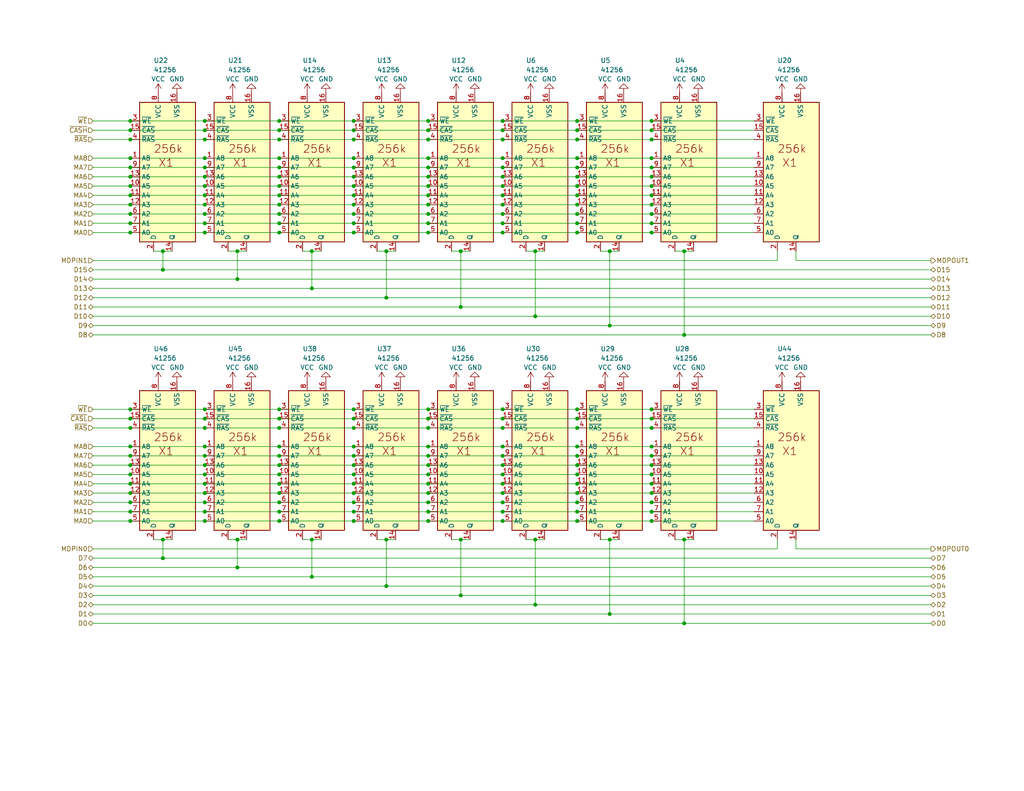
<source format=kicad_sch>
(kicad_sch (version 20231120) (generator "eeschema") (generator_version "8.0")
  (paper "USLetter")
  (title_block (title "Compaq Portable II System Memory Board") (date "2024-03-22") (company "Compaq") (comment 1 "P/N 104176-001") (comment 2 "ASSY 000330"))
  (lib_symbols
    (symbol "MyRam:41256"
      (property "Reference" "U" (at 5.08 20.32 0))
      (property "Value" "41256" (at 5.08 17.78 0))
      (symbol "41256_0_1"
        (rectangle (start -7.62 15.24) (end 7.62 -22.86) (stroke (width 0.254)) (fill (type background)))
        (pin input line (at -10.16 -7.62 0) (length 2.54) (name "A5") (number "10"))
        (pin input line (at -10.16 -10.16 0) (length 2.54) (name "A4") (number "11"))
        (pin input line (at -10.16 -12.7 0) (length 2.54) (name "A3") (number "12"))
        (pin input line (at -10.16 -5.08 0) (length 2.54) (name "A6") (number "13"))
        (pin tri_state line (at 1.27 -25.4 90) (length 2.54) (name "Q") (number "14"))
        (pin power_in line (at 2.54 17.78 270) (length 2.54) (name "VSS") (number "16"))
        (pin input line (at -3.81 -25.4 90) (length 2.54) (name "D") (number "2"))
        (pin input line (at -10.16 -20.32 0) (length 2.54) (name "A0") (number "5"))
        (pin input line (at -10.16 -15.24 0) (length 2.54) (name "A2") (number "6"))
        (pin input line (at -10.16 -17.78 0) (length 2.54) (name "A1") (number "7"))
        (pin power_in line (at -2.54 17.78 270) (length 2.54) (name "VCC") (number "8"))
      )
      (symbol "41256_1_1"
        (text "256k" (at -3.81 3.81 0) (effects (font (size 2.1336 2.1336)) (justify left top)))
        (text "X1" (at -2.54 0 0) (effects (font (size 2.1336 2.1336)) (justify left top)))
        (pin input line (at -10.16 0 0) (length 2.54) (name "A8") (number "1"))
        (pin input line (at -10.16 7.62 0) (length 2.54) (name "~{CAS}") (number "15"))
        (pin input line (at -10.16 10.16 0) (length 2.54) (name "~{WE}") (number "3"))
        (pin input line (at -10.16 5.08 0) (length 2.54) (name "~{RAS}") (number "4"))
        (pin input line (at -10.16 -2.54 0) (length 2.54) (name "A7") (number "9"))
      )
    )
    (symbol "power:GND" (power) (pin_numbers hide) (pin_names (offset 0) hide)
      (property "Value" "GND" (at 0 -3.81 0))
      (symbol "GND_0_1"
        (polyline (pts (xy 0 0) (xy 0 -1.27) (xy 1.27 -1.27) (xy 0 -2.54) (xy -1.27 -1.27) (xy 0 -1.27)))
      )
      (symbol "GND_1_1"
        (pin power_in line (at 0 0 270) (length 0) (name "~") (number "1"))
      )
    )
    (symbol "power:VCC" (power) (pin_numbers hide) (pin_names (offset 0) hide)
      (property "Value" "VCC" (at 0 3.556 0))
      (symbol "VCC_0_1"
        (polyline (pts (xy -0.762 1.27) (xy 0 2.54)))
        (polyline (pts (xy 0 0) (xy 0 2.54)))
        (polyline (pts (xy 0 2.54) (xy 0.762 1.27)))
      )
      (symbol "VCC_1_1"
        (pin power_in line (at 0 0 90) (length 0) (name "~") (number "1"))
      )
    )
  )
  (junction (at 105.41 81.28))
  (junction (at 116.84 124.46))
  (junction (at 146.05 86.36))
  (junction (at 96.52 127))
  (junction (at 96.52 43.18))
  (junction (at 177.8 55.88))
  (junction (at 55.88 50.8))
  (junction (at 137.16 127))
  (junction (at 116.84 116.84))
  (junction (at 137.16 35.56))
  (junction (at 137.16 142.24))
  (junction (at 116.84 63.5))
  (junction (at 146.05 165.1))
  (junction (at 177.8 38.1))
  (junction (at 96.52 124.46))
  (junction (at 157.48 43.18))
  (junction (at 116.84 111.76))
  (junction (at 166.37 68.58))
  (junction (at 116.84 43.18))
  (junction (at 85.09 147.32))
  (junction (at 35.56 114.3))
  (junction (at 157.48 124.46))
  (junction (at 186.69 91.44))
  (junction (at 116.84 142.24))
  (junction (at 76.2 132.08))
  (junction (at 116.84 121.92))
  (junction (at 76.2 111.76))
  (junction (at 116.84 60.96))
  (junction (at 64.77 147.32))
  (junction (at 105.41 147.32))
  (junction (at 85.09 68.58))
  (junction (at 96.52 132.08))
  (junction (at 116.84 45.72))
  (junction (at 157.48 53.34))
  (junction (at 55.88 33.02))
  (junction (at 55.88 129.54))
  (junction (at 116.84 48.26))
  (junction (at 55.88 48.26))
  (junction (at 137.16 53.34))
  (junction (at 157.48 45.72))
  (junction (at 76.2 114.3))
  (junction (at 146.05 68.58))
  (junction (at 44.45 73.66))
  (junction (at 137.16 139.7))
  (junction (at 55.88 139.7))
  (junction (at 76.2 55.88))
  (junction (at 35.56 55.88))
  (junction (at 116.84 50.8))
  (junction (at 177.8 53.34))
  (junction (at 35.56 38.1))
  (junction (at 157.48 114.3))
  (junction (at 186.69 68.58))
  (junction (at 177.8 116.84))
  (junction (at 177.8 134.62))
  (junction (at 76.2 48.26))
  (junction (at 177.8 142.24))
  (junction (at 157.48 33.02))
  (junction (at 157.48 132.08))
  (junction (at 157.48 127))
  (junction (at 55.88 116.84))
  (junction (at 157.48 63.5))
  (junction (at 76.2 60.96))
  (junction (at 137.16 124.46))
  (junction (at 157.48 58.42))
  (junction (at 55.88 45.72))
  (junction (at 137.16 58.42))
  (junction (at 137.16 116.84))
  (junction (at 137.16 129.54))
  (junction (at 76.2 43.18))
  (junction (at 186.69 147.32))
  (junction (at 125.73 147.32))
  (junction (at 116.84 55.88))
  (junction (at 96.52 60.96))
  (junction (at 137.16 60.96))
  (junction (at 44.45 147.32))
  (junction (at 177.8 60.96))
  (junction (at 35.56 116.84))
  (junction (at 96.52 48.26))
  (junction (at 35.56 111.76))
  (junction (at 157.48 60.96))
  (junction (at 76.2 137.16))
  (junction (at 166.37 147.32))
  (junction (at 55.88 53.34))
  (junction (at 177.8 137.16))
  (junction (at 157.48 137.16))
  (junction (at 35.56 137.16))
  (junction (at 116.84 129.54))
  (junction (at 55.88 132.08))
  (junction (at 146.05 147.32))
  (junction (at 177.8 114.3))
  (junction (at 76.2 35.56))
  (junction (at 76.2 53.34))
  (junction (at 96.52 134.62))
  (junction (at 76.2 124.46))
  (junction (at 96.52 58.42))
  (junction (at 35.56 63.5))
  (junction (at 55.88 35.56))
  (junction (at 55.88 38.1))
  (junction (at 55.88 114.3))
  (junction (at 96.52 116.84))
  (junction (at 177.8 129.54))
  (junction (at 137.16 33.02))
  (junction (at 137.16 111.76))
  (junction (at 137.16 50.8))
  (junction (at 116.84 114.3))
  (junction (at 125.73 83.82))
  (junction (at 137.16 38.1))
  (junction (at 116.84 38.1))
  (junction (at 96.52 45.72))
  (junction (at 116.84 137.16))
  (junction (at 35.56 121.92))
  (junction (at 177.8 45.72))
  (junction (at 157.48 139.7))
  (junction (at 105.41 160.02))
  (junction (at 55.88 142.24))
  (junction (at 157.48 111.76))
  (junction (at 116.84 134.62))
  (junction (at 137.16 134.62))
  (junction (at 64.77 76.2))
  (junction (at 44.45 152.4))
  (junction (at 76.2 116.84))
  (junction (at 177.8 35.56))
  (junction (at 96.52 35.56))
  (junction (at 137.16 45.72))
  (junction (at 76.2 45.72))
  (junction (at 96.52 55.88))
  (junction (at 35.56 43.18))
  (junction (at 177.8 50.8))
  (junction (at 116.84 35.56))
  (junction (at 157.48 50.8))
  (junction (at 116.84 33.02))
  (junction (at 116.84 139.7))
  (junction (at 177.8 33.02))
  (junction (at 96.52 33.02))
  (junction (at 96.52 63.5))
  (junction (at 64.77 154.94))
  (junction (at 157.48 134.62))
  (junction (at 137.16 121.92))
  (junction (at 76.2 127))
  (junction (at 35.56 33.02))
  (junction (at 55.88 43.18))
  (junction (at 55.88 137.16))
  (junction (at 116.84 132.08))
  (junction (at 137.16 114.3))
  (junction (at 166.37 88.9))
  (junction (at 177.8 139.7))
  (junction (at 137.16 43.18))
  (junction (at 96.52 111.76))
  (junction (at 116.84 53.34))
  (junction (at 186.69 170.18))
  (junction (at 85.09 157.48))
  (junction (at 76.2 58.42))
  (junction (at 137.16 137.16))
  (junction (at 166.37 167.64))
  (junction (at 55.88 124.46))
  (junction (at 157.48 116.84))
  (junction (at 76.2 63.5))
  (junction (at 137.16 132.08))
  (junction (at 76.2 129.54))
  (junction (at 157.48 129.54))
  (junction (at 76.2 121.92))
  (junction (at 105.41 68.58))
  (junction (at 177.8 111.76))
  (junction (at 177.8 43.18))
  (junction (at 157.48 121.92))
  (junction (at 55.88 111.76))
  (junction (at 177.8 63.5))
  (junction (at 157.48 142.24))
  (junction (at 96.52 121.92))
  (junction (at 35.56 134.62))
  (junction (at 76.2 134.62))
  (junction (at 125.73 68.58))
  (junction (at 76.2 50.8))
  (junction (at 35.56 124.46))
  (junction (at 35.56 50.8))
  (junction (at 35.56 58.42))
  (junction (at 35.56 142.24))
  (junction (at 55.88 58.42))
  (junction (at 96.52 137.16))
  (junction (at 96.52 114.3))
  (junction (at 76.2 38.1))
  (junction (at 35.56 129.54))
  (junction (at 44.45 68.58))
  (junction (at 177.8 132.08))
  (junction (at 76.2 139.7))
  (junction (at 96.52 53.34))
  (junction (at 35.56 60.96))
  (junction (at 177.8 127))
  (junction (at 76.2 142.24))
  (junction (at 157.48 35.56))
  (junction (at 55.88 121.92))
  (junction (at 35.56 127))
  (junction (at 96.52 139.7))
  (junction (at 177.8 121.92))
  (junction (at 116.84 58.42))
  (junction (at 177.8 58.42))
  (junction (at 96.52 50.8))
  (junction (at 35.56 53.34))
  (junction (at 96.52 129.54))
  (junction (at 35.56 35.56))
  (junction (at 125.73 162.56))
  (junction (at 137.16 48.26))
  (junction (at 55.88 127))
  (junction (at 55.88 55.88))
  (junction (at 55.88 63.5))
  (junction (at 35.56 132.08))
  (junction (at 35.56 45.72))
  (junction (at 177.8 48.26))
  (junction (at 85.09 78.74))
  (junction (at 137.16 63.5))
  (junction (at 157.48 55.88))
  (junction (at 76.2 33.02))
  (junction (at 35.56 48.26))
  (junction (at 55.88 60.96))
  (junction (at 35.56 139.7))
  (junction (at 137.16 55.88))
  (junction (at 116.84 127))
  (junction (at 157.48 48.26))
  (junction (at 96.52 142.24))
  (junction (at 55.88 134.62))
  (junction (at 157.48 38.1))
  (junction (at 96.52 38.1))
  (junction (at 64.77 68.58))
  (junction (at 177.8 124.46))
  (wire (pts (xy 177.8 124.46) (xy 205.74 124.46)))
  (wire (pts (xy 146.05 147.32) (xy 143.51 147.32)))
  (wire (pts (xy 177.8 43.18) (xy 205.74 43.18)))
  (wire (pts (xy 177.8 58.42) (xy 205.74 58.42)))
  (wire (pts (xy 146.05 68.58) (xy 148.59 68.58)))
  (wire (pts (xy 76.2 60.96) (xy 96.52 60.96)))
  (wire (pts (xy 254 170.18) (xy 186.69 170.18)))
  (wire (pts (xy 76.2 48.26) (xy 96.52 48.26)))
  (wire (pts (xy 116.84 63.5) (xy 137.16 63.5)))
  (wire (pts (xy 137.16 38.1) (xy 157.48 38.1)))
  (wire (pts (xy 25.4 88.9) (xy 166.37 88.9)))
  (wire (pts (xy 116.84 60.96) (xy 137.16 60.96)))
  (wire (pts (xy 35.56 132.08) (xy 55.88 132.08)))
  (wire (pts (xy 177.8 53.34) (xy 205.74 53.34)))
  (wire (pts (xy 116.84 127) (xy 137.16 127)))
  (wire (pts (xy 25.4 48.26) (xy 35.56 48.26)))
  (wire (pts (xy 186.69 147.32) (xy 184.15 147.32)))
  (wire (pts (xy 116.84 48.26) (xy 137.16 48.26)))
  (wire (pts (xy 137.16 43.18) (xy 157.48 43.18)))
  (wire (pts (xy 116.84 35.56) (xy 137.16 35.56)))
  (wire (pts (xy 55.88 50.8) (xy 76.2 50.8)))
  (wire (pts (xy 96.52 127) (xy 116.84 127)))
  (wire (pts (xy 217.17 149.86) (xy 217.17 147.32)))
  (wire (pts (xy 96.52 124.46) (xy 116.84 124.46)))
  (wire (pts (xy 157.48 139.7) (xy 177.8 139.7)))
  (wire (pts (xy 25.4 35.56) (xy 35.56 35.56)))
  (wire (pts (xy 166.37 147.32) (xy 166.37 167.64)))
  (wire (pts (xy 76.2 137.16) (xy 96.52 137.16)))
  (wire (pts (xy 96.52 121.92) (xy 116.84 121.92)))
  (wire (pts (xy 96.52 137.16) (xy 116.84 137.16)))
  (wire (pts (xy 125.73 68.58) (xy 125.73 83.82)))
  (wire (pts (xy 125.73 147.32) (xy 128.27 147.32)))
  (wire (pts (xy 177.8 121.92) (xy 205.74 121.92)))
  (wire (pts (xy 116.84 53.34) (xy 137.16 53.34)))
  (wire (pts (xy 25.4 73.66) (xy 44.45 73.66)))
  (wire (pts (xy 55.88 48.26) (xy 76.2 48.26)))
  (wire (pts (xy 177.8 127) (xy 205.74 127)))
  (wire (pts (xy 25.4 165.1) (xy 146.05 165.1)))
  (wire (pts (xy 96.52 132.08) (xy 116.84 132.08)))
  (wire (pts (xy 76.2 45.72) (xy 96.52 45.72)))
  (wire (pts (xy 35.56 48.26) (xy 55.88 48.26)))
  (wire (pts (xy 96.52 53.34) (xy 116.84 53.34)))
  (wire (pts (xy 137.16 129.54) (xy 157.48 129.54)))
  (wire (pts (xy 35.56 139.7) (xy 55.88 139.7)))
  (wire (pts (xy 137.16 124.46) (xy 157.48 124.46)))
  (wire (pts (xy 105.41 68.58) (xy 105.41 81.28)))
  (wire (pts (xy 254 165.1) (xy 146.05 165.1)))
  (wire (pts (xy 55.88 33.02) (xy 76.2 33.02)))
  (wire (pts (xy 44.45 73.66) (xy 254 73.66)))
  (wire (pts (xy 96.52 33.02) (xy 116.84 33.02)))
  (wire (pts (xy 35.56 50.8) (xy 55.88 50.8)))
  (wire (pts (xy 35.56 58.42) (xy 55.88 58.42)))
  (wire (pts (xy 25.4 149.86) (xy 212.09 149.86)))
  (wire (pts (xy 137.16 53.34) (xy 157.48 53.34)))
  (wire (pts (xy 96.52 43.18) (xy 116.84 43.18)))
  (wire (pts (xy 205.74 111.76) (xy 177.8 111.76)))
  (wire (pts (xy 25.4 127) (xy 35.56 127)))
  (wire (pts (xy 85.09 68.58) (xy 87.63 68.58)))
  (wire (pts (xy 212.09 68.58) (xy 212.09 71.12)))
  (wire (pts (xy 35.56 43.18) (xy 55.88 43.18)))
  (wire (pts (xy 157.48 132.08) (xy 177.8 132.08)))
  (wire (pts (xy 35.56 53.34) (xy 55.88 53.34)))
  (wire (pts (xy 55.88 116.84) (xy 76.2 116.84)))
  (wire (pts (xy 116.84 124.46) (xy 137.16 124.46)))
  (wire (pts (xy 76.2 142.24) (xy 96.52 142.24)))
  (wire (pts (xy 102.87 68.58) (xy 105.41 68.58)))
  (wire (pts (xy 35.56 142.24) (xy 55.88 142.24)))
  (wire (pts (xy 217.17 71.12) (xy 217.17 68.58)))
  (wire (pts (xy 137.16 127) (xy 157.48 127)))
  (wire (pts (xy 137.16 139.7) (xy 157.48 139.7)))
  (wire (pts (xy 157.48 43.18) (xy 177.8 43.18)))
  (wire (pts (xy 177.8 60.96) (xy 205.74 60.96)))
  (wire (pts (xy 76.2 55.88) (xy 96.52 55.88)))
  (wire (pts (xy 177.8 48.26) (xy 205.74 48.26)))
  (wire (pts (xy 76.2 53.34) (xy 96.52 53.34)))
  (wire (pts (xy 254 91.44) (xy 186.69 91.44)))
  (wire (pts (xy 55.88 55.88) (xy 76.2 55.88)))
  (wire (pts (xy 25.4 160.02) (xy 105.41 160.02)))
  (wire (pts (xy 35.56 45.72) (xy 55.88 45.72)))
  (wire (pts (xy 254 154.94) (xy 64.77 154.94)))
  (wire (pts (xy 76.2 127) (xy 96.52 127)))
  (wire (pts (xy 55.88 132.08) (xy 76.2 132.08)))
  (wire (pts (xy 55.88 124.46) (xy 76.2 124.46)))
  (wire (pts (xy 177.8 139.7) (xy 205.74 139.7)))
  (wire (pts (xy 254 157.48) (xy 85.09 157.48)))
  (wire (pts (xy 55.88 58.42) (xy 76.2 58.42)))
  (wire (pts (xy 157.48 114.3) (xy 177.8 114.3)))
  (wire (pts (xy 177.8 38.1) (xy 205.74 38.1)))
  (wire (pts (xy 157.48 35.56) (xy 177.8 35.56)))
  (wire (pts (xy 96.52 114.3) (xy 116.84 114.3)))
  (wire (pts (xy 44.45 68.58) (xy 44.45 73.66)))
  (wire (pts (xy 25.4 86.36) (xy 146.05 86.36)))
  (wire (pts (xy 166.37 68.58) (xy 168.91 68.58)))
  (wire (pts (xy 177.8 50.8) (xy 205.74 50.8)))
  (wire (pts (xy 64.77 68.58) (xy 67.31 68.58)))
  (wire (pts (xy 25.4 157.48) (xy 85.09 157.48)))
  (wire (pts (xy 116.84 33.02) (xy 137.16 33.02)))
  (wire (pts (xy 35.56 129.54) (xy 55.88 129.54)))
  (wire (pts (xy 96.52 60.96) (xy 116.84 60.96)))
  (wire (pts (xy 157.48 116.84) (xy 177.8 116.84)))
  (wire (pts (xy 55.88 111.76) (xy 76.2 111.76)))
  (wire (pts (xy 96.52 50.8) (xy 116.84 50.8)))
  (wire (pts (xy 254 88.9) (xy 166.37 88.9)))
  (wire (pts (xy 55.88 127) (xy 76.2 127)))
  (wire (pts (xy 96.52 58.42) (xy 116.84 58.42)))
  (wire (pts (xy 177.8 137.16) (xy 205.74 137.16)))
  (wire (pts (xy 25.4 154.94) (xy 64.77 154.94)))
  (wire (pts (xy 116.84 137.16) (xy 137.16 137.16)))
  (wire (pts (xy 64.77 154.94) (xy 64.77 147.32)))
  (wire (pts (xy 76.2 43.18) (xy 96.52 43.18)))
  (wire (pts (xy 25.4 78.74) (xy 85.09 78.74)))
  (wire (pts (xy 157.48 121.92) (xy 137.16 121.92)))
  (wire (pts (xy 254 83.82) (xy 125.73 83.82)))
  (wire (pts (xy 137.16 134.62) (xy 157.48 134.62)))
  (wire (pts (xy 157.48 63.5) (xy 177.8 63.5)))
  (wire (pts (xy 25.4 116.84) (xy 35.56 116.84)))
  (wire (pts (xy 254 78.74) (xy 85.09 78.74)))
  (wire (pts (xy 166.37 147.32) (xy 163.83 147.32)))
  (wire (pts (xy 35.56 60.96) (xy 55.88 60.96)))
  (wire (pts (xy 105.41 147.32) (xy 102.87 147.32)))
  (wire (pts (xy 166.37 68.58) (xy 166.37 88.9)))
  (wire (pts (xy 116.84 139.7) (xy 137.16 139.7)))
  (wire (pts (xy 76.2 63.5) (xy 96.52 63.5)))
  (wire (pts (xy 116.84 111.76) (xy 137.16 111.76)))
  (wire (pts (xy 35.56 63.5) (xy 55.88 63.5)))
  (wire (pts (xy 157.48 111.76) (xy 177.8 111.76)))
  (wire (pts (xy 55.88 134.62) (xy 76.2 134.62)))
  (wire (pts (xy 157.48 127) (xy 177.8 127)))
  (wire (pts (xy 76.2 58.42) (xy 96.52 58.42)))
  (wire (pts (xy 146.05 147.32) (xy 146.05 165.1)))
  (wire (pts (xy 25.4 83.82) (xy 125.73 83.82)))
  (wire (pts (xy 96.52 55.88) (xy 116.84 55.88)))
  (wire (pts (xy 116.84 45.72) (xy 137.16 45.72)))
  (wire (pts (xy 123.19 68.58) (xy 125.73 68.58)))
  (wire (pts (xy 177.8 45.72) (xy 205.74 45.72)))
  (wire (pts (xy 35.56 116.84) (xy 55.88 116.84)))
  (wire (pts (xy 212.09 147.32) (xy 212.09 149.86)))
  (wire (pts (xy 254 167.64) (xy 166.37 167.64)))
  (wire (pts (xy 35.56 124.46) (xy 55.88 124.46)))
  (wire (pts (xy 64.77 147.32) (xy 62.23 147.32)))
  (wire (pts (xy 25.4 142.24) (xy 35.56 142.24)))
  (wire (pts (xy 35.56 137.16) (xy 55.88 137.16)))
  (wire (pts (xy 177.8 55.88) (xy 205.74 55.88)))
  (wire (pts (xy 157.48 124.46) (xy 177.8 124.46)))
  (wire (pts (xy 64.77 147.32) (xy 67.31 147.32)))
  (wire (pts (xy 76.2 129.54) (xy 96.52 129.54)))
  (wire (pts (xy 157.48 121.92) (xy 177.8 121.92)))
  (wire (pts (xy 254 81.28) (xy 105.41 81.28)))
  (wire (pts (xy 137.16 114.3) (xy 116.84 114.3)))
  (wire (pts (xy 76.2 124.46) (xy 96.52 124.46)))
  (wire (pts (xy 25.4 33.02) (xy 35.56 33.02)))
  (wire (pts (xy 157.48 134.62) (xy 177.8 134.62)))
  (wire (pts (xy 143.51 68.58) (xy 146.05 68.58)))
  (wire (pts (xy 25.4 162.56) (xy 125.73 162.56)))
  (wire (pts (xy 85.09 147.32) (xy 82.55 147.32)))
  (wire (pts (xy 25.4 152.4) (xy 44.45 152.4)))
  (wire (pts (xy 85.09 147.32) (xy 85.09 157.48)))
  (wire (pts (xy 25.4 114.3) (xy 35.56 114.3)))
  (wire (pts (xy 254 86.36) (xy 146.05 86.36)))
  (wire (pts (xy 137.16 35.56) (xy 157.48 35.56)))
  (wire (pts (xy 116.84 134.62) (xy 137.16 134.62)))
  (wire (pts (xy 55.88 35.56) (xy 76.2 35.56)))
  (wire (pts (xy 76.2 116.84) (xy 96.52 116.84)))
  (wire (pts (xy 55.88 137.16) (xy 76.2 137.16)))
  (wire (pts (xy 137.16 45.72) (xy 157.48 45.72)))
  (wire (pts (xy 25.4 53.34) (xy 35.56 53.34)))
  (wire (pts (xy 157.48 116.84) (xy 137.16 116.84)))
  (wire (pts (xy 44.45 152.4) (xy 254 152.4)))
  (wire (pts (xy 76.2 111.76) (xy 96.52 111.76)))
  (wire (pts (xy 157.48 142.24) (xy 177.8 142.24)))
  (wire (pts (xy 168.91 147.32) (xy 166.37 147.32)))
  (wire (pts (xy 254 76.2) (xy 64.77 76.2)))
  (wire (pts (xy 35.56 134.62) (xy 55.88 134.62)))
  (wire (pts (xy 25.4 91.44) (xy 186.69 91.44)))
  (wire (pts (xy 25.4 81.28) (xy 105.41 81.28)))
  (wire (pts (xy 25.4 71.12) (xy 212.09 71.12)))
  (wire (pts (xy 55.88 63.5) (xy 76.2 63.5)))
  (wire (pts (xy 96.52 134.62) (xy 116.84 134.62)))
  (wire (pts (xy 157.48 48.26) (xy 177.8 48.26)))
  (wire (pts (xy 157.48 45.72) (xy 177.8 45.72)))
  (wire (pts (xy 55.88 121.92) (xy 76.2 121.92)))
  (wire (pts (xy 35.56 114.3) (xy 55.88 114.3)))
  (wire (pts (xy 137.16 55.88) (xy 157.48 55.88)))
  (wire (pts (xy 55.88 142.24) (xy 76.2 142.24)))
  (wire (pts (xy 55.88 38.1) (xy 76.2 38.1)))
  (wire (pts (xy 177.8 35.56) (xy 205.74 35.56)))
  (wire (pts (xy 137.16 50.8) (xy 157.48 50.8)))
  (wire (pts (xy 105.41 147.32) (xy 105.41 160.02)))
  (wire (pts (xy 116.84 121.92) (xy 137.16 121.92)))
  (wire (pts (xy 76.2 134.62) (xy 96.52 134.62)))
  (wire (pts (xy 44.45 68.58) (xy 46.99 68.58)))
  (wire (pts (xy 137.16 48.26) (xy 157.48 48.26)))
  (wire (pts (xy 186.69 147.32) (xy 189.23 147.32)))
  (wire (pts (xy 116.84 43.18) (xy 137.16 43.18)))
  (wire (pts (xy 177.8 142.24) (xy 205.74 142.24)))
  (wire (pts (xy 41.91 68.58) (xy 44.45 68.58)))
  (wire (pts (xy 25.4 43.18) (xy 35.56 43.18)))
  (wire (pts (xy 25.4 76.2) (xy 64.77 76.2)))
  (wire (pts (xy 116.84 132.08) (xy 137.16 132.08)))
  (wire (pts (xy 76.2 114.3) (xy 96.52 114.3)))
  (wire (pts (xy 44.45 147.32) (xy 46.99 147.32)))
  (wire (pts (xy 64.77 68.58) (xy 64.77 76.2)))
  (wire (pts (xy 25.4 58.42) (xy 35.56 58.42)))
  (wire (pts (xy 137.16 63.5) (xy 157.48 63.5)))
  (wire (pts (xy 137.16 60.96) (xy 157.48 60.96)))
  (wire (pts (xy 25.4 167.64) (xy 166.37 167.64)))
  (wire (pts (xy 157.48 55.88) (xy 177.8 55.88)))
  (wire (pts (xy 62.23 68.58) (xy 64.77 68.58)))
  (wire (pts (xy 96.52 63.5) (xy 116.84 63.5)))
  (wire (pts (xy 25.4 121.92) (xy 35.56 121.92)))
  (wire (pts (xy 55.88 114.3) (xy 76.2 114.3)))
  (wire (pts (xy 55.88 43.18) (xy 76.2 43.18)))
  (wire (pts (xy 254 160.02) (xy 105.41 160.02)))
  (wire (pts (xy 85.09 68.58) (xy 85.09 78.74)))
  (wire (pts (xy 76.2 35.56) (xy 96.52 35.56)))
  (wire (pts (xy 157.48 58.42) (xy 177.8 58.42)))
  (wire (pts (xy 25.4 124.46) (xy 35.56 124.46)))
  (wire (pts (xy 96.52 38.1) (xy 116.84 38.1)))
  (wire (pts (xy 25.4 111.76) (xy 35.56 111.76)))
  (wire (pts (xy 186.69 68.58) (xy 189.23 68.58)))
  (wire (pts (xy 76.2 121.92) (xy 96.52 121.92)))
  (wire (pts (xy 25.4 50.8) (xy 35.56 50.8)))
  (wire (pts (xy 116.84 129.54) (xy 137.16 129.54)))
  (wire (pts (xy 44.45 147.32) (xy 44.45 152.4)))
  (wire (pts (xy 96.52 116.84) (xy 116.84 116.84)))
  (wire (pts (xy 25.4 137.16) (xy 35.56 137.16)))
  (wire (pts (xy 35.56 35.56) (xy 55.88 35.56)))
  (wire (pts (xy 35.56 38.1) (xy 55.88 38.1)))
  (wire (pts (xy 96.52 139.7) (xy 116.84 139.7)))
  (wire (pts (xy 25.4 139.7) (xy 35.56 139.7)))
  (wire (pts (xy 82.55 68.58) (xy 85.09 68.58)))
  (wire (pts (xy 217.17 149.86) (xy 254 149.86)))
  (wire (pts (xy 137.16 142.24) (xy 157.48 142.24)))
  (wire (pts (xy 125.73 147.32) (xy 125.73 162.56)))
  (wire (pts (xy 35.56 111.76) (xy 55.88 111.76)))
  (wire (pts (xy 25.4 129.54) (xy 35.56 129.54)))
  (wire (pts (xy 177.8 33.02) (xy 205.74 33.02)))
  (wire (pts (xy 137.16 132.08) (xy 157.48 132.08)))
  (wire (pts (xy 35.56 33.02) (xy 55.88 33.02)))
  (wire (pts (xy 96.52 142.24) (xy 116.84 142.24)))
  (wire (pts (xy 177.8 134.62) (xy 205.74 134.62)))
  (wire (pts (xy 157.48 38.1) (xy 177.8 38.1)))
  (wire (pts (xy 217.17 71.12) (xy 254 71.12)))
  (wire (pts (xy 148.59 147.32) (xy 146.05 147.32)))
  (wire (pts (xy 186.69 147.32) (xy 186.69 170.18)))
  (wire (pts (xy 157.48 33.02) (xy 177.8 33.02)))
  (wire (pts (xy 25.4 63.5) (xy 35.56 63.5)))
  (wire (pts (xy 157.48 129.54) (xy 177.8 129.54)))
  (wire (pts (xy 85.09 147.32) (xy 87.63 147.32)))
  (wire (pts (xy 254 162.56) (xy 125.73 162.56)))
  (wire (pts (xy 177.8 129.54) (xy 205.74 129.54)))
  (wire (pts (xy 55.88 129.54) (xy 76.2 129.54)))
  (wire (pts (xy 55.88 60.96) (xy 76.2 60.96)))
  (wire (pts (xy 96.52 48.26) (xy 116.84 48.26)))
  (wire (pts (xy 25.4 134.62) (xy 35.56 134.62)))
  (wire (pts (xy 157.48 53.34) (xy 177.8 53.34)))
  (wire (pts (xy 137.16 116.84) (xy 116.84 116.84)))
  (wire (pts (xy 146.05 68.58) (xy 146.05 86.36)))
  (wire (pts (xy 205.74 114.3) (xy 177.8 114.3)))
  (wire (pts (xy 157.48 50.8) (xy 177.8 50.8)))
  (wire (pts (xy 25.4 132.08) (xy 35.56 132.08)))
  (wire (pts (xy 25.4 38.1) (xy 35.56 38.1)))
  (wire (pts (xy 163.83 68.58) (xy 166.37 68.58)))
  (wire (pts (xy 177.8 63.5) (xy 205.74 63.5)))
  (wire (pts (xy 76.2 38.1) (xy 96.52 38.1)))
  (wire (pts (xy 55.88 139.7) (xy 76.2 139.7)))
  (wire (pts (xy 116.84 142.24) (xy 137.16 142.24)))
  (wire (pts (xy 41.91 147.32) (xy 44.45 147.32)))
  (wire (pts (xy 116.84 55.88) (xy 137.16 55.88)))
  (wire (pts (xy 105.41 68.58) (xy 107.95 68.58)))
  (wire (pts (xy 25.4 55.88) (xy 35.56 55.88)))
  (wire (pts (xy 205.74 116.84) (xy 177.8 116.84)))
  (wire (pts (xy 76.2 132.08) (xy 96.52 132.08)))
  (wire (pts (xy 116.84 58.42) (xy 137.16 58.42)))
  (wire (pts (xy 157.48 114.3) (xy 137.16 114.3)))
  (wire (pts (xy 35.56 121.92) (xy 55.88 121.92)))
  (wire (pts (xy 25.4 170.18) (xy 186.69 170.18)))
  (wire (pts (xy 96.52 35.56) (xy 116.84 35.56)))
  (wire (pts (xy 125.73 147.32) (xy 123.19 147.32)))
  (wire (pts (xy 184.15 68.58) (xy 186.69 68.58)))
  (wire (pts (xy 157.48 60.96) (xy 177.8 60.96)))
  (wire (pts (xy 186.69 68.58) (xy 186.69 91.44)))
  (wire (pts (xy 157.48 137.16) (xy 177.8 137.16)))
  (wire (pts (xy 76.2 139.7) (xy 96.52 139.7)))
  (wire (pts (xy 116.84 38.1) (xy 137.16 38.1)))
  (wire (pts (xy 96.52 45.72) (xy 116.84 45.72)))
  (wire (pts (xy 137.16 137.16) (xy 157.48 137.16)))
  (wire (pts (xy 25.4 45.72) (xy 35.56 45.72)))
  (wire (pts (xy 35.56 55.88) (xy 55.88 55.88)))
  (wire (pts (xy 177.8 132.08) (xy 205.74 132.08)))
  (wire (pts (xy 137.16 58.42) (xy 157.48 58.42)))
  (wire (pts (xy 96.52 111.76) (xy 116.84 111.76)))
  (wire (pts (xy 116.84 50.8) (xy 137.16 50.8)))
  (wire (pts (xy 55.88 45.72) (xy 76.2 45.72)))
  (wire (pts (xy 125.73 68.58) (xy 128.27 68.58)))
  (wire (pts (xy 137.16 33.02) (xy 157.48 33.02)))
  (wire (pts (xy 157.48 111.76) (xy 137.16 111.76)))
  (wire (pts (xy 35.56 127) (xy 55.88 127)))
  (wire (pts (xy 76.2 50.8) (xy 96.52 50.8)))
  (wire (pts (xy 55.88 53.34) (xy 76.2 53.34)))
  (wire (pts (xy 25.4 60.96) (xy 35.56 60.96)))
  (wire (pts (xy 76.2 33.02) (xy 96.52 33.02)))
  (wire (pts (xy 96.52 129.54) (xy 116.84 129.54)))
  (wire (pts (xy 105.41 147.32) (xy 107.95 147.32)))
  (hierarchical_label "D3" (shape bidirectional) (at 254 162.56 0))
  (hierarchical_label "MA7" (shape input) (at 25.4 124.46 180))
  (hierarchical_label "MA5" (shape input) (at 25.4 50.8 180))
  (hierarchical_label "D7" (shape bidirectional) (at 25.4 152.4 180))
  (hierarchical_label "MA2" (shape input) (at 25.4 58.42 180))
  (hierarchical_label "MDPIN0" (shape input) (at 25.4 149.86 180))
  (hierarchical_label "MDPIN1" (shape input) (at 25.4 71.12 180))
  (hierarchical_label "D6" (shape bidirectional) (at 25.4 154.94 180))
  (hierarchical_label "MA7" (shape input) (at 25.4 45.72 180))
  (hierarchical_label "D2" (shape bidirectional) (at 254 165.1 0))
  (hierarchical_label "D4" (shape bidirectional) (at 254 160.02 0))
  (hierarchical_label "D1" (shape bidirectional) (at 254 167.64 0))
  (hierarchical_label "~{RAS}" (shape input) (at 25.4 116.84 180))
  (hierarchical_label "MA2" (shape input) (at 25.4 137.16 180))
  (hierarchical_label "D5" (shape bidirectional) (at 25.4 157.48 180))
  (hierarchical_label "D6" (shape bidirectional) (at 254 154.94 0))
  (hierarchical_label "D11" (shape bidirectional) (at 254 83.82 0))
  (hierarchical_label "D7" (shape bidirectional) (at 254 152.4 0))
  (hierarchical_label "MA0" (shape input) (at 25.4 142.24 180))
  (hierarchical_label "D14" (shape bidirectional) (at 254 76.2 0))
  (hierarchical_label "MA5" (shape input) (at 25.4 129.54 180))
  (hierarchical_label "MA8" (shape input) (at 25.4 121.92 180))
  (hierarchical_label "D13" (shape bidirectional) (at 254 78.74 0))
  (hierarchical_label "D10" (shape bidirectional) (at 254 86.36 0))
  (hierarchical_label "D15" (shape bidirectional) (at 25.4 73.66 180))
  (hierarchical_label "D9" (shape bidirectional) (at 25.4 88.9 180))
  (hierarchical_label "D8" (shape bidirectional) (at 254 91.44 0))
  (hierarchical_label "~{WE}" (shape input) (at 25.4 111.76 180))
  (hierarchical_label "MDPOUT0" (shape output) (at 254 149.86 0))
  (hierarchical_label "D14" (shape bidirectional) (at 25.4 76.2 180))
  (hierarchical_label "MA3" (shape input) (at 25.4 55.88 180))
  (hierarchical_label "D11" (shape bidirectional) (at 25.4 83.82 180))
  (hierarchical_label "D9" (shape bidirectional) (at 254 88.9 0))
  (hierarchical_label "D0" (shape bidirectional) (at 25.4 170.18 180))
  (hierarchical_label "D15" (shape bidirectional) (at 254 73.66 0))
  (hierarchical_label "D0" (shape bidirectional) (at 254 170.18 0))
  (hierarchical_label "~{WE}" (shape input) (at 25.4 33.02 180))
  (hierarchical_label "~{RAS}" (shape input) (at 25.4 38.1 180))
  (hierarchical_label "~{CASH}" (shape input) (at 25.4 35.56 180))
  (hierarchical_label "D4" (shape bidirectional) (at 25.4 160.02 180))
  (hierarchical_label "D2" (shape bidirectional) (at 25.4 165.1 180))
  (hierarchical_label "MA6" (shape input) (at 25.4 48.26 180))
  (hierarchical_label "~{CASL}" (shape input) (at 25.4 114.3 180))
  (hierarchical_label "D12" (shape bidirectional) (at 25.4 81.28 180))
  (hierarchical_label "D3" (shape bidirectional) (at 25.4 162.56 180))
  (hierarchical_label "D10" (shape bidirectional) (at 25.4 86.36 180))
  (hierarchical_label "MA3" (shape input) (at 25.4 134.62 180))
  (hierarchical_label "MA6" (shape input) (at 25.4 127 180))
  (hierarchical_label "MA0" (shape input) (at 25.4 63.5 180))
  (hierarchical_label "MA1" (shape input) (at 25.4 139.7 180))
  (hierarchical_label "MA4" (shape input) (at 25.4 132.08 180))
  (hierarchical_label "D8" (shape bidirectional) (at 25.4 91.44 180))
  (hierarchical_label "MA8" (shape input) (at 25.4 43.18 180))
  (hierarchical_label "MA1" (shape input) (at 25.4 60.96 180))
  (hierarchical_label "D13" (shape bidirectional) (at 25.4 78.74 180))
  (hierarchical_label "D12" (shape bidirectional) (at 254 81.28 0))
  (hierarchical_label "MA4" (shape input) (at 25.4 53.34 180))
  (hierarchical_label "MDPOUT1" (shape output) (at 254 71.12 0))
  (hierarchical_label "D5" (shape bidirectional) (at 254 157.48 0))
  (hierarchical_label "D1" (shape bidirectional) (at 25.4 167.64 180))
  (symbol (lib_id "power:VCC") (at 185.42 25.4 0) (unit 1)
    (property "Reference" "#PWR041" (effects (hide yes)))
    (property "Value" "VCC" (at 185.42 21.59 0))
    (property "Description" "Power symbol creates a global label with name \"VCC\"" (effects (hide yes)))
  )
  (symbol (lib_id "power:VCC") (at 144.78 104.14 0) (unit 1)
    (property "Reference" "#PWR034" (effects (hide yes)))
    (property "Value" "VCC" (at 144.78 100.33 0))
    (property "Description" "Power symbol creates a global label with name \"VCC\"" (effects (hide yes)))
  )
  (symbol (lib_id "power:VCC") (at 43.18 25.4 0) (unit 1)
    (property "Reference" "#PWR01" (effects (hide yes)))
    (property "Value" "VCC" (at 43.18 21.59 0))
    (property "Description" "Power symbol creates a global label with name \"VCC\"" (effects (hide yes)))
  )
  (symbol (lib_id "power:GND") (at 129.54 104.14 180) (unit 1)
    (property "Reference" "#PWR032" (effects (hide yes)))
    (property "Value" "GND" (at 129.54 100.33 0))
    (property "Description" "Power symbol creates a global label with name \"GND\" , ground" (effects (hide yes)))
  )
  (symbol (lib_id "power:GND") (at 218.44 25.4 180) (unit 1)
    (property "Reference" "#PWR047" (effects (hide yes)))
    (property "Value" "GND" (at 218.44 21.59 0))
    (property "Description" "Power symbol creates a global label with name \"GND\" , ground" (effects (hide yes)))
  )
  (symbol (lib_id "power:GND") (at 190.5 25.4 180) (unit 1)
    (property "Reference" "#PWR043" (effects (hide yes)))
    (property "Value" "GND" (at 190.5 21.59 0))
    (property "Description" "Power symbol creates a global label with name \"GND\" , ground" (effects (hide yes)))
  )
  (symbol (lib_id "power:GND") (at 129.54 25.4 180) (unit 1)
    (property "Reference" "#PWR031" (effects (hide yes)))
    (property "Value" "GND" (at 129.54 21.59 0))
    (property "Description" "Power symbol creates a global label with name \"GND\" , ground" (effects (hide yes)))
  )
  (symbol (lib_id "MyRam:41256") (at 187.96 121.92 0) (unit 1)
    (property "Reference" "U28" (at 184.15 95.25 0) (effects (justify left)))
    (property "Value" "41256" (at 184.15 97.79 0) (effects (justify left)))
    (property "Footprint" "Package_DIP:DIP-16_W7.62mm" (effects (hide yes)))
  )
  (symbol (lib_id "power:GND") (at 149.86 104.14 180) (unit 1)
    (property "Reference" "#PWR036" (effects (hide yes)))
    (property "Value" "GND" (at 149.86 100.33 0))
    (property "Description" "Power symbol creates a global label with name \"GND\" , ground" (effects (hide yes)))
  )
  (symbol (lib_id "MyRam:41256") (at 127 43.18 0) (unit 1)
    (property "Reference" "U12" (at 123.19 16.51 0) (effects (justify left)))
    (property "Value" "41256" (at 123.19 19.05 0) (effects (justify left)))
    (property "Footprint" "Package_DIP:DIP-16_W7.62mm" (effects (hide yes)))
  )
  (symbol (lib_id "power:GND") (at 68.58 25.4 180) (unit 1)
    (property "Reference" "#PWR07" (effects (hide yes)))
    (property "Value" "GND" (at 68.58 21.59 0))
    (property "Description" "Power symbol creates a global label with name \"GND\" , ground" (effects (hide yes)))
  )
  (symbol (lib_id "power:GND") (at 109.22 104.14 180) (unit 1)
    (property "Reference" "#PWR028" (effects (hide yes)))
    (property "Value" "GND" (at 109.22 100.33 0))
    (property "Description" "Power symbol creates a global label with name \"GND\" , ground" (effects (hide yes)))
  )
  (symbol (lib_id "power:VCC") (at 165.1 25.4 0) (unit 1)
    (property "Reference" "#PWR037" (effects (hide yes)))
    (property "Value" "VCC" (at 165.1 21.59 0))
    (property "Description" "Power symbol creates a global label with name \"VCC\"" (effects (hide yes)))
  )
  (symbol (lib_id "power:GND") (at 68.58 104.14 180) (unit 1)
    (property "Reference" "#PWR08" (effects (hide yes)))
    (property "Value" "GND" (at 68.58 100.33 0))
    (property "Description" "Power symbol creates a global label with name \"GND\" , ground" (effects (hide yes)))
  )
  (symbol (lib_id "MyRam:41256") (at 147.32 43.18 0) (unit 1)
    (property "Reference" "U6" (at 143.51 16.51 0) (effects (justify left)))
    (property "Value" "41256" (at 143.51 19.05 0) (effects (justify left)))
    (property "Footprint" "Package_DIP:DIP-16_W7.62mm" (effects (hide yes)))
  )
  (symbol (lib_id "MyRam:41256") (at 215.9 121.92 0) (unit 1)
    (property "Reference" "U44" (at 212.09 95.25 0) (effects (justify left)))
    (property "Value" "41256" (at 212.09 97.79 0) (effects (justify left)))
    (property "Footprint" "Package_DIP:DIP-16_W7.62mm" (effects (hide yes)))
  )
  (symbol (lib_id "power:VCC") (at 185.42 104.14 0) (unit 1)
    (property "Reference" "#PWR042" (effects (hide yes)))
    (property "Value" "VCC" (at 185.42 100.33 0))
    (property "Description" "Power symbol creates a global label with name \"VCC\"" (effects (hide yes)))
  )
  (symbol (lib_id "power:GND") (at 88.9 25.4 180) (unit 1)
    (property "Reference" "#PWR023" (effects (hide yes)))
    (property "Value" "GND" (at 88.9 21.59 0))
    (property "Description" "Power symbol creates a global label with name \"GND\" , ground" (effects (hide yes)))
  )
  (symbol (lib_id "MyRam:41256") (at 167.64 43.18 0) (unit 1)
    (property "Reference" "U5" (at 163.83 16.51 0) (effects (justify left)))
    (property "Value" "41256" (at 163.83 19.05 0) (effects (justify left)))
    (property "Footprint" "Package_DIP:DIP-16_W7.62mm" (effects (hide yes)))
  )
  (symbol (lib_id "power:VCC") (at 63.5 104.14 0) (unit 1)
    (property "Reference" "#PWR06" (effects (hide yes)))
    (property "Value" "VCC" (at 63.5 100.33 0))
    (property "Description" "Power symbol creates a global label with name \"VCC\"" (effects (hide yes)))
  )
  (symbol (lib_id "power:GND") (at 170.18 104.14 180) (unit 1)
    (property "Reference" "#PWR040" (effects (hide yes)))
    (property "Value" "GND" (at 170.18 100.33 0))
    (property "Description" "Power symbol creates a global label with name \"GND\" , ground" (effects (hide yes)))
  )
  (symbol (lib_id "MyRam:41256") (at 147.32 121.92 0) (unit 1)
    (property "Reference" "U30" (at 143.51 95.25 0) (effects (justify left)))
    (property "Value" "41256" (at 143.51 97.79 0) (effects (justify left)))
    (property "Footprint" "Package_DIP:DIP-16_W7.62mm" (effects (hide yes)))
  )
  (symbol (lib_id "power:VCC") (at 83.82 25.4 0) (unit 1)
    (property "Reference" "#PWR019" (effects (hide yes)))
    (property "Value" "VCC" (at 83.82 21.59 0))
    (property "Description" "Power symbol creates a global label with name \"VCC\"" (effects (hide yes)))
  )
  (symbol (lib_id "power:VCC") (at 124.46 25.4 0) (unit 1)
    (property "Reference" "#PWR029" (effects (hide yes)))
    (property "Value" "VCC" (at 124.46 21.59 0))
    (property "Description" "Power symbol creates a global label with name \"VCC\"" (effects (hide yes)))
  )
  (symbol (lib_id "power:VCC") (at 83.82 104.14 0) (unit 1)
    (property "Reference" "#PWR022" (effects (hide yes)))
    (property "Value" "VCC" (at 83.82 100.33 0))
    (property "Description" "Power symbol creates a global label with name \"VCC\"" (effects (hide yes)))
  )
  (symbol (lib_id "power:VCC") (at 63.5 25.4 0) (unit 1)
    (property "Reference" "#PWR05" (effects (hide yes)))
    (property "Value" "VCC" (at 63.5 21.59 0))
    (property "Description" "Power symbol creates a global label with name \"VCC\"" (effects (hide yes)))
  )
  (symbol (lib_id "power:GND") (at 218.44 104.14 180) (unit 1)
    (property "Reference" "#PWR048" (effects (hide yes)))
    (property "Value" "GND" (at 218.44 100.33 0))
    (property "Description" "Power symbol creates a global label with name \"GND\" , ground" (effects (hide yes)))
  )
  (symbol (lib_id "MyRam:41256") (at 167.64 121.92 0) (unit 1)
    (property "Reference" "U29" (at 163.83 95.25 0) (effects (justify left)))
    (property "Value" "41256" (at 163.83 97.79 0) (effects (justify left)))
    (property "Footprint" "Package_DIP:DIP-16_W7.62mm" (effects (hide yes)))
  )
  (symbol (lib_id "MyRam:41256") (at 86.36 43.18 0) (unit 1)
    (property "Reference" "U14" (at 82.55 16.51 0) (effects (justify left)))
    (property "Value" "41256" (at 82.55 19.05 0) (effects (justify left)))
    (property "Footprint" "Package_DIP:DIP-16_W7.62mm" (effects (hide yes)))
  )
  (symbol (lib_id "MyRam:41256") (at 45.72 121.92 0) (unit 1)
    (property "Reference" "U46" (at 41.91 95.25 0) (effects (justify left)))
    (property "Value" "41256" (at 41.91 97.79 0) (effects (justify left)))
    (property "Footprint" "Package_DIP:DIP-16_W7.62mm" (effects (hide yes)))
  )
  (symbol (lib_id "power:VCC") (at 144.78 25.4 0) (unit 1)
    (property "Reference" "#PWR033" (effects (hide yes)))
    (property "Value" "VCC" (at 144.78 21.59 0))
    (property "Description" "Power symbol creates a global label with name \"VCC\"" (effects (hide yes)))
  )
  (symbol (lib_id "power:GND") (at 48.26 25.4 180) (unit 1)
    (property "Reference" "#PWR03" (effects (hide yes)))
    (property "Value" "GND" (at 48.26 21.59 0))
    (property "Description" "Power symbol creates a global label with name \"GND\" , ground" (effects (hide yes)))
  )
  (symbol (lib_id "power:VCC") (at 213.36 25.4 0) (unit 1)
    (property "Reference" "#PWR045" (effects (hide yes)))
    (property "Value" "VCC" (at 213.36 21.59 0))
    (property "Description" "Power symbol creates a global label with name \"VCC\"" (effects (hide yes)))
  )
  (symbol (lib_id "power:VCC") (at 104.14 25.4 0) (unit 1)
    (property "Reference" "#PWR025" (effects (hide yes)))
    (property "Value" "VCC" (at 104.14 21.59 0))
    (property "Description" "Power symbol creates a global label with name \"VCC\"" (effects (hide yes)))
  )
  (symbol (lib_id "MyRam:41256") (at 66.04 121.92 0) (unit 1)
    (property "Reference" "U45" (at 62.23 95.25 0) (effects (justify left)))
    (property "Value" "41256" (at 62.23 97.79 0) (effects (justify left)))
    (property "Footprint" "Package_DIP:DIP-16_W7.62mm" (effects (hide yes)))
  )
  (symbol (lib_id "power:VCC") (at 124.46 104.14 0) (unit 1)
    (property "Reference" "#PWR030" (effects (hide yes)))
    (property "Value" "VCC" (at 124.46 100.33 0))
    (property "Description" "Power symbol creates a global label with name \"VCC\"" (effects (hide yes)))
  )
  (symbol (lib_id "power:GND") (at 190.5 104.14 180) (unit 1)
    (property "Reference" "#PWR044" (effects (hide yes)))
    (property "Value" "GND" (at 190.5 100.33 0))
    (property "Description" "Power symbol creates a global label with name \"GND\" , ground" (effects (hide yes)))
  )
  (symbol (lib_id "power:VCC") (at 43.18 104.14 0) (unit 1)
    (property "Reference" "#PWR02" (effects (hide yes)))
    (property "Value" "VCC" (at 43.18 100.33 0))
    (property "Description" "Power symbol creates a global label with name \"VCC\"" (effects (hide yes)))
  )
  (symbol (lib_id "MyRam:41256") (at 106.68 121.92 0) (unit 1)
    (property "Reference" "U37" (at 102.87 95.25 0) (effects (justify left)))
    (property "Value" "41256" (at 102.87 97.79 0) (effects (justify left)))
    (property "Footprint" "Package_DIP:DIP-16_W7.62mm" (effects (hide yes)))
  )
  (symbol (lib_id "power:VCC") (at 213.36 104.14 0) (unit 1)
    (property "Reference" "#PWR046" (effects (hide yes)))
    (property "Value" "VCC" (at 213.36 100.33 0))
    (property "Description" "Power symbol creates a global label with name \"VCC\"" (effects (hide yes)))
  )
  (symbol (lib_id "MyRam:41256") (at 86.36 121.92 0) (unit 1)
    (property "Reference" "U38" (at 82.55 95.25 0) (effects (justify left)))
    (property "Value" "41256" (at 82.55 97.79 0) (effects (justify left)))
    (property "Footprint" "Package_DIP:DIP-16_W7.62mm" (effects (hide yes)))
  )
  (symbol (lib_id "power:GND") (at 48.26 104.14 180) (unit 1)
    (property "Reference" "#PWR04" (effects (hide yes)))
    (property "Value" "GND" (at 48.26 100.33 0))
    (property "Description" "Power symbol creates a global label with name \"GND\" , ground" (effects (hide yes)))
  )
  (symbol (lib_id "MyRam:41256") (at 66.04 43.18 0) (unit 1)
    (property "Reference" "U21" (at 62.23 16.51 0) (effects (justify left)))
    (property "Value" "41256" (at 62.23 19.05 0) (effects (justify left)))
    (property "Footprint" "Package_DIP:DIP-16_W7.62mm" (effects (hide yes)))
  )
  (symbol (lib_id "power:VCC") (at 165.1 104.14 0) (unit 1)
    (property "Reference" "#PWR038" (effects (hide yes)))
    (property "Value" "VCC" (at 165.1 100.33 0))
    (property "Description" "Power symbol creates a global label with name \"VCC\"" (effects (hide yes)))
  )
  (symbol (lib_id "power:GND") (at 170.18 25.4 180) (unit 1)
    (property "Reference" "#PWR039" (effects (hide yes)))
    (property "Value" "GND" (at 170.18 21.59 0))
    (property "Description" "Power symbol creates a global label with name \"GND\" , ground" (effects (hide yes)))
  )
  (symbol (lib_id "MyRam:41256") (at 215.9 43.18 0) (unit 1)
    (property "Reference" "U20" (at 212.09 16.51 0) (effects (justify left)))
    (property "Value" "41256" (at 212.09 19.05 0) (effects (justify left)))
    (property "Footprint" "Package_DIP:DIP-16_W7.62mm" (effects (hide yes)))
  )
  (symbol (lib_id "MyRam:41256") (at 187.96 43.18 0) (unit 1)
    (property "Reference" "U4" (at 184.15 16.51 0) (effects (justify left)))
    (property "Value" "41256" (at 184.15 19.05 0) (effects (justify left)))
    (property "Footprint" "Package_DIP:DIP-16_W7.62mm" (effects (hide yes)))
  )
  (symbol (lib_id "power:GND") (at 88.9 104.14 180) (unit 1)
    (property "Reference" "#PWR024" (effects (hide yes)))
    (property "Value" "GND" (at 88.9 100.33 0))
    (property "Description" "Power symbol creates a global label with name \"GND\" , ground" (effects (hide yes)))
  )
  (symbol (lib_id "MyRam:41256") (at 127 121.92 0) (unit 1)
    (property "Reference" "U36" (at 123.19 95.25 0) (effects (justify left)))
    (property "Value" "41256" (at 123.19 97.79 0) (effects (justify left)))
    (property "Footprint" "Package_DIP:DIP-16_W7.62mm" (effects (hide yes)))
  )
  (symbol (lib_id "power:GND") (at 149.86 25.4 180) (unit 1)
    (property "Reference" "#PWR035" (effects (hide yes)))
    (property "Value" "GND" (at 149.86 21.59 0))
    (property "Description" "Power symbol creates a global label with name \"GND\" , ground" (effects (hide yes)))
  )
  (symbol (lib_id "MyRam:41256") (at 106.68 43.18 0) (unit 1)
    (property "Reference" "U13" (at 102.87 16.51 0) (effects (justify left)))
    (property "Value" "41256" (at 102.87 19.05 0) (effects (justify left)))
    (property "Footprint" "Package_DIP:DIP-16_W7.62mm" (effects (hide yes)))
  )
  (symbol (lib_id "power:GND") (at 109.22 25.4 180) (unit 1)
    (property "Reference" "#PWR027" (effects (hide yes)))
    (property "Value" "GND" (at 109.22 21.59 0))
    (property "Description" "Power symbol creates a global label with name \"GND\" , ground" (effects (hide yes)))
  )
  (symbol (lib_id "MyRam:41256") (at 45.72 43.18 0) (unit 1)
    (property "Reference" "U22" (at 41.91 16.51 0) (effects (justify left)))
    (property "Value" "41256" (at 41.91 19.05 0) (effects (justify left)))
    (property "Footprint" "Package_DIP:DIP-16_W7.62mm" (effects (hide yes)))
  )
  (symbol (lib_id "power:VCC") (at 104.14 104.14 0) (unit 1)
    (property "Reference" "#PWR026" (effects (hide yes)))
    (property "Value" "VCC" (at 104.14 100.33 0))
    (property "Description" "Power symbol creates a global label with name \"VCC\"" (effects (hide yes)))
  )
)
</source>
